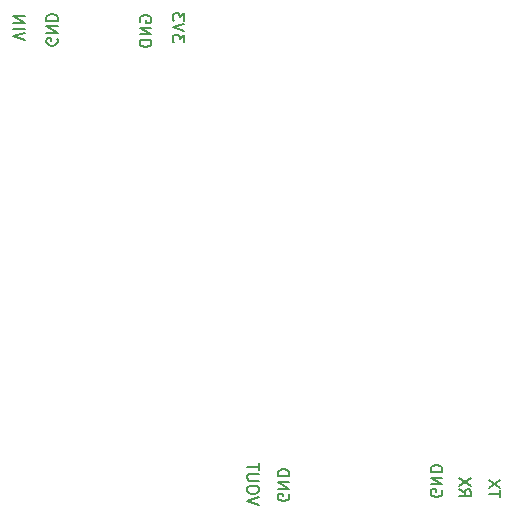
<source format=gbr>
G04 #@! TF.GenerationSoftware,KiCad,Pcbnew,(5.1.4)-1*
G04 #@! TF.CreationDate,2020-04-02T16:16:13+01:00*
G04 #@! TF.ProjectId,hydrophone_stm32_board,68796472-6f70-4686-9f6e-655f73746d33,rev?*
G04 #@! TF.SameCoordinates,Original*
G04 #@! TF.FileFunction,Legend,Bot*
G04 #@! TF.FilePolarity,Positive*
%FSLAX46Y46*%
G04 Gerber Fmt 4.6, Leading zero omitted, Abs format (unit mm)*
G04 Created by KiCad (PCBNEW (5.1.4)-1) date 2020-04-02 16:16:13*
%MOMM*%
%LPD*%
G04 APERTURE LIST*
%ADD10C,0.150000*%
G04 APERTURE END LIST*
D10*
X94997619Y-92161904D02*
X94997619Y-91590476D01*
X93997619Y-91876190D02*
X94997619Y-91876190D01*
X94997619Y-91352380D02*
X93997619Y-90685714D01*
X94997619Y-90685714D02*
X93997619Y-91352380D01*
X91497619Y-91516666D02*
X91973809Y-91850000D01*
X91497619Y-92088095D02*
X92497619Y-92088095D01*
X92497619Y-91707142D01*
X92450000Y-91611904D01*
X92402380Y-91564285D01*
X92307142Y-91516666D01*
X92164285Y-91516666D01*
X92069047Y-91564285D01*
X92021428Y-91611904D01*
X91973809Y-91707142D01*
X91973809Y-92088095D01*
X92497619Y-91183333D02*
X91497619Y-90516666D01*
X92497619Y-90516666D02*
X91497619Y-91183333D01*
X90050000Y-91561904D02*
X90097619Y-91657142D01*
X90097619Y-91800000D01*
X90050000Y-91942857D01*
X89954761Y-92038095D01*
X89859523Y-92085714D01*
X89669047Y-92133333D01*
X89526190Y-92133333D01*
X89335714Y-92085714D01*
X89240476Y-92038095D01*
X89145238Y-91942857D01*
X89097619Y-91800000D01*
X89097619Y-91704761D01*
X89145238Y-91561904D01*
X89192857Y-91514285D01*
X89526190Y-91514285D01*
X89526190Y-91704761D01*
X89097619Y-91085714D02*
X90097619Y-91085714D01*
X89097619Y-90514285D01*
X90097619Y-90514285D01*
X89097619Y-90038095D02*
X90097619Y-90038095D01*
X90097619Y-89800000D01*
X90050000Y-89657142D01*
X89954761Y-89561904D01*
X89859523Y-89514285D01*
X89669047Y-89466666D01*
X89526190Y-89466666D01*
X89335714Y-89514285D01*
X89240476Y-89561904D01*
X89145238Y-89657142D01*
X89097619Y-89800000D01*
X89097619Y-90038095D01*
X74547619Y-92811904D02*
X73547619Y-92478571D01*
X74547619Y-92145238D01*
X74547619Y-91621428D02*
X74547619Y-91430952D01*
X74500000Y-91335714D01*
X74404761Y-91240476D01*
X74214285Y-91192857D01*
X73880952Y-91192857D01*
X73690476Y-91240476D01*
X73595238Y-91335714D01*
X73547619Y-91430952D01*
X73547619Y-91621428D01*
X73595238Y-91716666D01*
X73690476Y-91811904D01*
X73880952Y-91859523D01*
X74214285Y-91859523D01*
X74404761Y-91811904D01*
X74500000Y-91716666D01*
X74547619Y-91621428D01*
X74547619Y-90764285D02*
X73738095Y-90764285D01*
X73642857Y-90716666D01*
X73595238Y-90669047D01*
X73547619Y-90573809D01*
X73547619Y-90383333D01*
X73595238Y-90288095D01*
X73642857Y-90240476D01*
X73738095Y-90192857D01*
X74547619Y-90192857D01*
X74547619Y-89859523D02*
X74547619Y-89288095D01*
X73547619Y-89573809D02*
X74547619Y-89573809D01*
X77100000Y-91911904D02*
X77147619Y-92007142D01*
X77147619Y-92150000D01*
X77100000Y-92292857D01*
X77004761Y-92388095D01*
X76909523Y-92435714D01*
X76719047Y-92483333D01*
X76576190Y-92483333D01*
X76385714Y-92435714D01*
X76290476Y-92388095D01*
X76195238Y-92292857D01*
X76147619Y-92150000D01*
X76147619Y-92054761D01*
X76195238Y-91911904D01*
X76242857Y-91864285D01*
X76576190Y-91864285D01*
X76576190Y-92054761D01*
X76147619Y-91435714D02*
X77147619Y-91435714D01*
X76147619Y-90864285D01*
X77147619Y-90864285D01*
X76147619Y-90388095D02*
X77147619Y-90388095D01*
X77147619Y-90150000D01*
X77100000Y-90007142D01*
X77004761Y-89911904D01*
X76909523Y-89864285D01*
X76719047Y-89816666D01*
X76576190Y-89816666D01*
X76385714Y-89864285D01*
X76290476Y-89911904D01*
X76195238Y-90007142D01*
X76147619Y-90150000D01*
X76147619Y-90388095D01*
X54747619Y-53495238D02*
X53747619Y-53161904D01*
X54747619Y-52828571D01*
X53747619Y-52495238D02*
X54747619Y-52495238D01*
X53747619Y-52019047D02*
X54747619Y-52019047D01*
X53747619Y-51447619D01*
X54747619Y-51447619D01*
X57500000Y-53361904D02*
X57547619Y-53457142D01*
X57547619Y-53600000D01*
X57500000Y-53742857D01*
X57404761Y-53838095D01*
X57309523Y-53885714D01*
X57119047Y-53933333D01*
X56976190Y-53933333D01*
X56785714Y-53885714D01*
X56690476Y-53838095D01*
X56595238Y-53742857D01*
X56547619Y-53600000D01*
X56547619Y-53504761D01*
X56595238Y-53361904D01*
X56642857Y-53314285D01*
X56976190Y-53314285D01*
X56976190Y-53504761D01*
X56547619Y-52885714D02*
X57547619Y-52885714D01*
X56547619Y-52314285D01*
X57547619Y-52314285D01*
X56547619Y-51838095D02*
X57547619Y-51838095D01*
X57547619Y-51600000D01*
X57500000Y-51457142D01*
X57404761Y-51361904D01*
X57309523Y-51314285D01*
X57119047Y-51266666D01*
X56976190Y-51266666D01*
X56785714Y-51314285D01*
X56690476Y-51361904D01*
X56595238Y-51457142D01*
X56547619Y-51600000D01*
X56547619Y-51838095D01*
X64500000Y-51938095D02*
X64452380Y-51842857D01*
X64452380Y-51700000D01*
X64500000Y-51557142D01*
X64595238Y-51461904D01*
X64690476Y-51414285D01*
X64880952Y-51366666D01*
X65023809Y-51366666D01*
X65214285Y-51414285D01*
X65309523Y-51461904D01*
X65404761Y-51557142D01*
X65452380Y-51700000D01*
X65452380Y-51795238D01*
X65404761Y-51938095D01*
X65357142Y-51985714D01*
X65023809Y-51985714D01*
X65023809Y-51795238D01*
X65452380Y-52414285D02*
X64452380Y-52414285D01*
X65452380Y-52985714D01*
X64452380Y-52985714D01*
X65452380Y-53461904D02*
X64452380Y-53461904D01*
X64452380Y-53700000D01*
X64500000Y-53842857D01*
X64595238Y-53938095D01*
X64690476Y-53985714D01*
X64880952Y-54033333D01*
X65023809Y-54033333D01*
X65214285Y-53985714D01*
X65309523Y-53938095D01*
X65404761Y-53842857D01*
X65452380Y-53700000D01*
X65452380Y-53461904D01*
X68247619Y-53638095D02*
X68247619Y-53019047D01*
X67866666Y-53352380D01*
X67866666Y-53209523D01*
X67819047Y-53114285D01*
X67771428Y-53066666D01*
X67676190Y-53019047D01*
X67438095Y-53019047D01*
X67342857Y-53066666D01*
X67295238Y-53114285D01*
X67247619Y-53209523D01*
X67247619Y-53495238D01*
X67295238Y-53590476D01*
X67342857Y-53638095D01*
X68247619Y-52733333D02*
X67247619Y-52400000D01*
X68247619Y-52066666D01*
X68247619Y-51828571D02*
X68247619Y-51209523D01*
X67866666Y-51542857D01*
X67866666Y-51400000D01*
X67819047Y-51304761D01*
X67771428Y-51257142D01*
X67676190Y-51209523D01*
X67438095Y-51209523D01*
X67342857Y-51257142D01*
X67295238Y-51304761D01*
X67247619Y-51400000D01*
X67247619Y-51685714D01*
X67295238Y-51780952D01*
X67342857Y-51828571D01*
M02*

</source>
